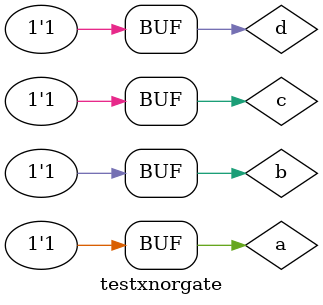
<source format=v>


module xnorgate (s, p, q, r, t);
 output s;
 input  p, q, r, t;
 wire temp1, temp2, temp3;
 
 xor XOR1 (temp1, p, q);
 xor XOR2 (temp2, temp1, r);
 xor XOR3 (temp3, temp2, t);

 assign s = ~temp3;

endmodule // xnorgate

// ---------------------
// -- test xnorgate
// ---------------------

module testxnorgate;
 reg   a, b, c, d;
 wire  s;
          // instancia
 xnorgate XNOR1 (s, a, b, c, d);

 initial begin:start
      a=0; b=0; c=0; d=0;
 end

          // parte principal
 initial begin:main
      $display("Guia 01 - Exercicio 03 - Paulo Ricardo Bastos de Souza - 405828");
      $display("Test xnor gate");
      $display("\n~(((a ^ b) ^ c) ^ d) = s\n");
      $monitor("~(((%b ^ %b) ^ %b) ^ %b) = %b", a, b, c, d, s);
  #1 a=0; b=1; c=0; d=0;
  #1 a=1; b=0; c=1; d=1;
  #1 a=1; b=1; c=1; d=1;
 end

endmodule // xnorgate
</source>
